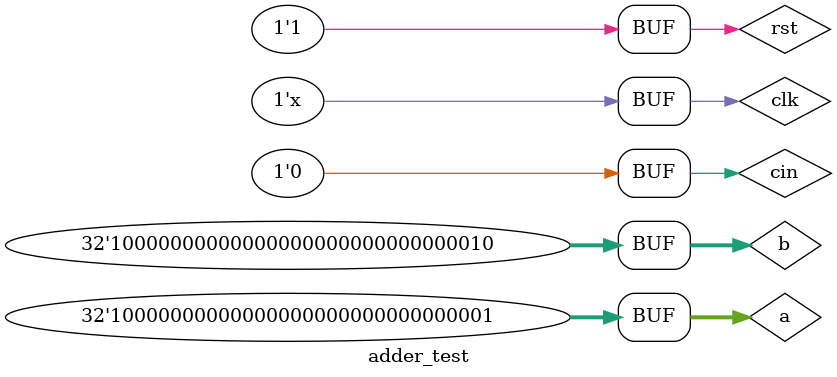
<source format=v>
`timescale 1ps/1ps
module adder_test;
  reg[31:0] a;
  reg[31:0] b;
  reg cin;
  wire cout;
  wire[31:0] sum;
  reg clk;
  reg rst;
  adder adder1(.a(a),.b(b),.cin(cin), .cout(cout), .sum(sum), .clk(clk), .rst(rst)); // port with () is the port of the test module
  always #1 clk = ~clk;
  initial 
    begin
      #0 clk=1'b0; cin = 1'b0;
      #5 rst=1'b0;
      #10 rst = 1'b1;
      #15 a = 32'h80000001; b = 32'h80000002;
    end
  endmodule

</source>
